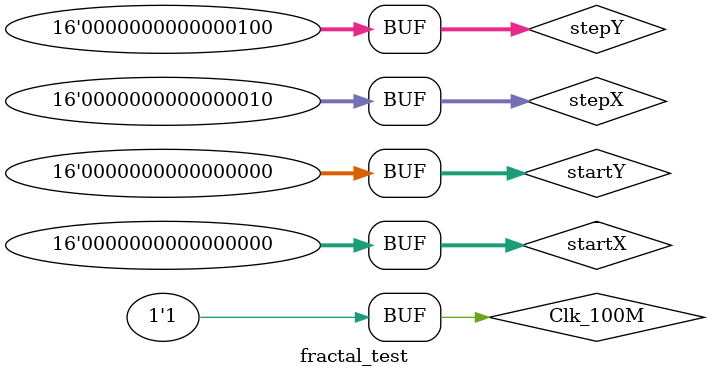
<source format=v>
`timescale 1ns / 1ps


module fractal_test;

	// Inputs
	reg Clk_100M;
	reg [15:0] startX;
	reg [15:0] startY;
	reg [15:0] stepX;
	reg [15:0] stepY;

	// Outputs
	wire [7:0] divOut;

	// Instantiate the Unit Under Test (UUT)
	fractal uut (
		.Clk_100M(Clk_100M), 
		.startX(startX), 
		.startY(startY), 
		.stepX(stepX), 
		.stepY(stepY), 
		.divOut(divOut)
	);

	initial begin
		// Initialize Inputs
		Clk_100M = 0;
		startX = 0;
		startY = 0;
		stepX = 0;
		stepY = 0;

		// Wait 100 ns for global reset to finish
		#100;
		
		Clk_100M = 1;
		startX = 0;
		startY = 0;
		stepX = 2;
		stepY = 4;

		// Wait 100 ns for global reset to finish
		#100;
				Clk_100M = 0;
		startX = 0;
		startY = 0;
		stepX = 0;
		stepY = 0;

		// Wait 100 ns for global reset to finish
		#100;
		
		Clk_100M = 1;
		startX = 0;
		startY = 0;
		stepX = 2;
		stepY = 4;

		// Wait 100 ns for global reset to finish
		#100;		Clk_100M = 0;
		startX = 0;
		startY = 0;
		stepX = 0;
		stepY = 0;

		// Wait 100 ns for global reset to finish
		#100;
		
		Clk_100M = 1;
		startX = 0;
		startY = 0;
		stepX = 2;
		stepY = 4;

		// Wait 100 ns for global reset to finish
		#100;		Clk_100M = 0;
		startX = 0;
		startY = 0;
		stepX = 0;
		stepY = 0;

		// Wait 100 ns for global reset to finish
		#100;
		
		Clk_100M = 1;
		startX = 0;
		startY = 0;
		stepX = 2;
		stepY = 4;

		// Wait 100 ns for global reset to finish
		#100;		Clk_100M = 0;
		startX = 0;
		startY = 0;
		stepX = 0;
		stepY = 0;

		// Wait 100 ns for global reset to finish
		#100;
		
		Clk_100M = 1;
		startX = 0;
		startY = 0;
		stepX = 2;
		stepY = 4;

		// Wait 100 ns for global reset to finish
		#100;		Clk_100M = 0;
		startX = 0;
		startY = 0;
		stepX = 0;
		stepY = 0;

		// Wait 100 ns for global reset to finish
		#100;
		
		Clk_100M = 1;
		startX = 0;
		startY = 0;
		stepX = 2;
		stepY = 4;

		// Wait 100 ns for global reset to finish
		#100;		Clk_100M = 0;
		startX = 0;
		startY = 0;
		stepX = 0;
		stepY = 0;

		// Wait 100 ns for global reset to finish
		#100;
		
		Clk_100M = 1;
		startX = 0;
		startY = 0;
		stepX = 2;
		stepY = 4;

		// Wait 100 ns for global reset to finish
		#100;		Clk_100M = 0;
		startX = 0;
		startY = 0;
		stepX = 0;
		stepY = 0;

		// Wait 100 ns for global reset to finish
		#100;
		
		Clk_100M = 1;
		startX = 0;
		startY = 0;
		stepX = 2;
		stepY = 4;

		// Wait 100 ns for global reset to finish
		#100;		Clk_100M = 0;
		startX = 0;
		startY = 0;
		stepX = 0;
		stepY = 0;

		// Wait 100 ns for global reset to finish
		#100;
		
		Clk_100M = 1;
		startX = 0;
		startY = 0;
		stepX = 2;
		stepY = 4;

		// Wait 100 ns for global reset to finish
		#100;		Clk_100M = 0;
		startX = 0;
		startY = 0;
		stepX = 0;
		stepY = 0;

		// Wait 100 ns for global reset to finish
		#100;
		
		Clk_100M = 1;
		startX = 0;
		startY = 0;
		stepX = 2;
		stepY = 4;

		// Wait 100 ns for global reset to finish
		#100;		Clk_100M = 0;
		startX = 0;
		startY = 0;
		stepX = 0;
		stepY = 0;

		// Wait 100 ns for global reset to finish
		#100;
		
		Clk_100M = 1;
		startX = 0;
		startY = 0;
		stepX = 2;
		stepY = 4;

		// Wait 100 ns for global reset to finish
		#100;		Clk_100M = 0;
		startX = 0;
		startY = 0;
		stepX = 0;
		stepY = 0;

		// Wait 100 ns for global reset to finish
		#100;
		
		Clk_100M = 1;
		startX = 0;
		startY = 0;
		stepX = 2;
		stepY = 4;

		// Wait 100 ns for global reset to finish
		#100;		Clk_100M = 0;
		startX = 0;
		startY = 0;
		stepX = 0;
		stepY = 0;

		// Wait 100 ns for global reset to finish
		#100;
		
		Clk_100M = 1;
		startX = 0;
		startY = 0;
		stepX = 2;
		stepY = 4;

		// Wait 100 ns for global reset to finish
		#100;
        
		// Add stimulus here

	end
      
endmodule


</source>
